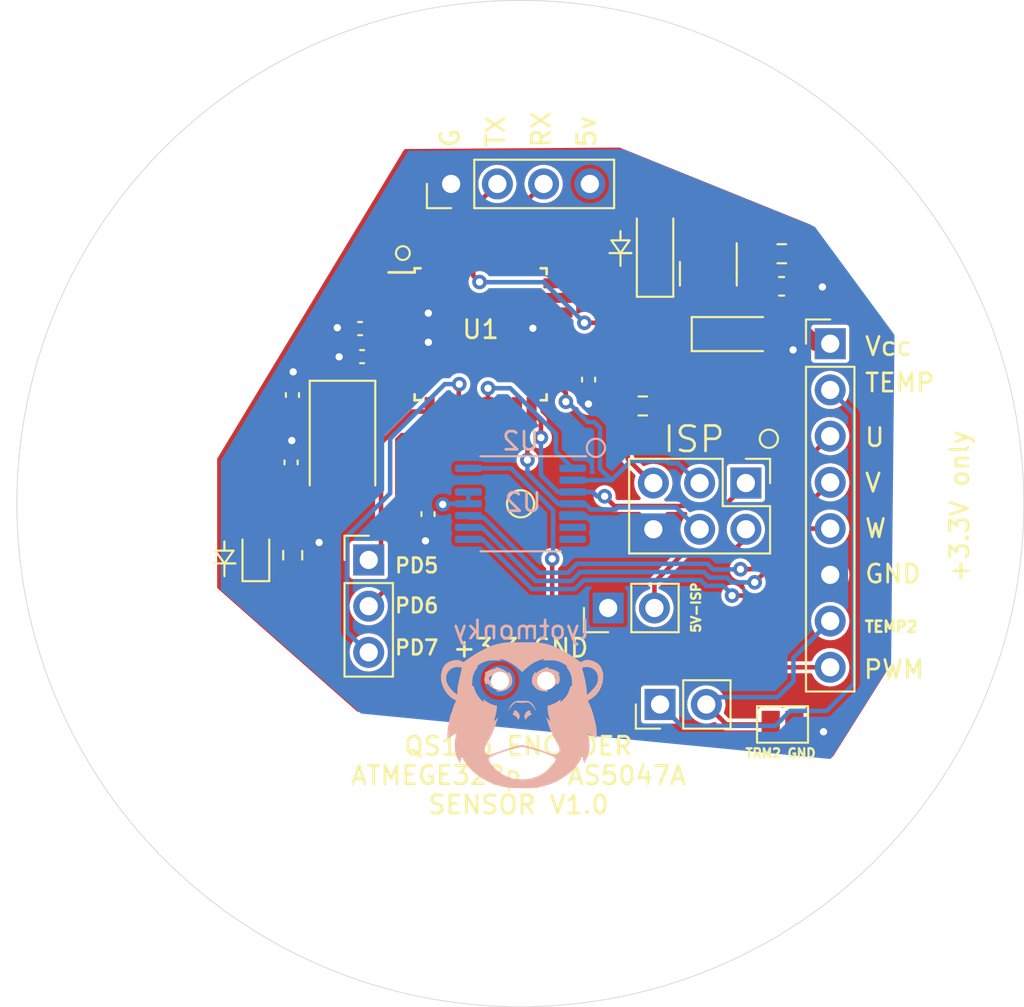
<source format=kicad_pcb>
(kicad_pcb (version 20211014) (generator pcbnew)
  (layers (0 "F.Cu" signal) (31 "B.Cu" signal) (34 "B.Paste" user) (35 "F.Paste" user) (36 "B.SilkS" user "B.Silkscreen") (37 "F.SilkS" user "F.Silkscreen") (38 "B.Mask" user) (39 "F.Mask" user) (44 "Edge.Cuts" user))
  (net 0 "")
  (net 1 "Vcc")
  (net 2 "GND")
  (net 3 "XTAL1")
  (net 4 "XTAL2")
  (net 5 "+3V3")
  (net 6 "Net-(D1-Pad2)")
  (net 7 "Net-(D2-Pad1)")
  (net 8 "MISO")
  (net 9 "SCK")
  (net 10 "MOSI")
  (net 11 "RESET")
  (net 12 "TX")
  (net 13 "RX")
  (net 14 "TRM1")
  (net 15 "TRM2")
  (net 16 "PD5")
  (net 17 "PD6")
  (net 18 "PD7")
  (net 19 "U")
  (net 20 "V")
  (net 21 "W")
  (net 25 "SND")
  (net 29 "PWM")
  (net 34 "CS")
  (net 40 "ISP_3V")
  (footprint "Capacitor_SMD:C_0402_1005Metric" (layer "F.Cu") (at 139.78 105.14 -90)
    (fp_text reference "C8" hide)
    (fp_text value "100n")
  )
  (footprint "Jumper:SolderJumper-2_P1.3mm_Open_Pad1.0x1.5mm" (layer "F.Cu") (at 159.25 116.7 180)
    (fp_text reference "JP1" hide)
    (fp_text value "SolderJumper_2_Open")
  )
  (footprint "Connector_PinHeader_2.54mm:PinHeader_1x04_P2.54mm_Vertical" (layer "F.Cu") (at 141.05 87 90)
    (fp_text reference "J1" hide)
    (fp_text value "Conn_01x04")
  )
  (footprint "Connector_PinHeader_2.54mm:PinHeader_1x08_P2.54mm_Vertical" (layer "F.Cu") (at 161.86786 95.77857)
    (fp_text reference "J5" hide)
    (fp_text value "Conn_01x08")
  )
  (footprint "LED_SMD:LED_0603_1608Metric" (layer "F.Cu") (at 130.3268 107.3402 90)
    (fp_text reference "D2" hide)
    (fp_text value "RED_LED")
  )
  (footprint "Capacitor_SMD:C_0402_1005Metric" (layer "F.Cu") (at 136.16 96.49 180)
    (fp_text reference "C4" hide)
    (fp_text value "100n")
  )
  (footprint "Resistor_SMD:R_0603_1608Metric" (layer "F.Cu") (at 159.2098 90.8344)
    (fp_text reference "R1" hide)
    (fp_text value "100k")
  )
  (footprint "Connector_PinHeader_2.54mm:myPinHeader_1x02_P2.54mm_Vertical" (layer "F.Cu") (at 143.73 114.3 90)
    (fp_text reference "J2" hide)
    (fp_text value "Conn_01x02")
  )
  (footprint "Package_QFP:TQFP-32_7x7mm_P0.8mm" (layer "F.Cu") (at 142.67 95.26)
    (fp_text reference "U1" hide)
    (fp_text value "ATmega328P-AU")
  )
  (footprint "MountingHole:MountingHole_4.3mm_M4" (layer "F.Cu") (at 156.84 125.275)
    (fp_text reference "REF**" hide)
    (fp_text value "MountingHole_4.3mm_M4")
  )
  (footprint "MountingHole:MountingHole_4.3mm_M4" (layer "F.Cu") (at 156.85 83.75)
    (fp_text reference "REF**" hide)
    (fp_text value "MountingHole_4.3mm_M4")
  )
  (footprint "Capacitor_SMD:C_0402_1005Metric" (layer "F.Cu") (at 148.6 97.75 -90)
    (fp_text reference "C5" hide)
    (fp_text value "100n")
  )
  (footprint "MountingHole:MountingHole_4.3mm_M4" (layer "F.Cu") (at 120.85 104.56)
    (fp_text reference "REF**" hide)
    (fp_text value "MountingHole_4.3mm_M4")
  )
  (footprint "Capacitor_SMD:C_0402_1005Metric" (layer "F.Cu") (at 136.05 94.95 180)
    (fp_text reference "C3" hide)
    (fp_text value "100n")
  )
  (footprint "Capacitor_SMD:C_0603_1608Metric" (layer "F.Cu") (at 159.1998 92.6244)
    (fp_text reference "C1" hide)
    (fp_text value "100n")
  )
  (footprint "Connector_PinSocket_2.54mm:isp_6pin" (layer "F.Cu") (at 157.2358 106.034 -90)
    (fp_text reference "ISP1" hide)
    (fp_text value "Conn_02x03_Top_Bottom")
  )
  (footprint "Capacitor_SMD:C_0402_1005Metric" (layer "F.Cu") (at 132.3348 98.5994 90)
    (fp_text reference "C6" hide)
    (fp_text value "20p")
  )
  (footprint "Capacitor_Tantalum_SMD:CP_EIA-3216-18_Kemet-A" (layer "F.Cu") (at 156.5748 95.2494)
    (fp_text reference "C2" hide)
    (fp_text value "4.7")
  )
  (footprint "Resistor_SMD:R_0603_1608Metric" (layer "F.Cu") (at 151.575 99.2)
    (fp_text reference "R2" hide)
    (fp_text value "10k")
  )
  (footprint "Capacitor_SMD:C_0402_1005Metric" (layer "F.Cu") (at 132.26 102.3 90)
    (fp_text reference "C7" hide)
    (fp_text value "20p")
  )
  (footprint "Resistor_SMD:R_0603_1608Metric" (layer "F.Cu") (at 132.3498 107.3994 -90)
    (fp_text reference "R3" hide)
    (fp_text value "20k")
  )
  (footprint "Connector_PinHeader_2.54mm:PinHeader_1x02_P2.54mm_Vertical" (layer "F.Cu") (at 149.675 110.3 90)
    (fp_text reference "J6" hide)
    (fp_text value "Conn_01x02")
  )
  (footprint "Crystal:Crystal_SMD_5032-2Pin_5.0x3.2mm" (layer "F.Cu") (at 135.0848 100.8644 -90)
    (fp_text reference "Y1" hide)
    (fp_text value "Crystal")
  )
  (footprint "Package_TO_SOT_SMD:SOT-23" (layer "F.Cu") (at 155.1748 91.9344 -90)
    (fp_text reference "Q1" hide)
    (fp_text value "Si2319CDS")
  )
  (footprint "Diode_SMD:D_MiniMELF" (layer "F.Cu") (at 152.25 90.65 90)
    (fp_text reference "D1" hide)
    (fp_text value "BZV55C6V2")
  )
  (footprint "Connector_PinHeader_2.54mm:PinHeader_1x03_P2.54mm_Vertical" (layer "F.Cu") (at 136.5244 107.66)
    (fp_text reference "J4" hide)
    (fp_text value "Conn_01x03")
  )
  (footprint "Connector_PinHeader_2.54mm:PinHeader_1x02_P2.54mm_Vertical" (layer "F.Cu") (at 152.525 115.6 90)
    (fp_text reference "J3" hide)
    (fp_text value "Conn_01x02_Male")
  )
  (footprint "Package_SO:TSSOP-14_4.4x5mm_P0.65mm" (layer "B.Cu") (at 144.8625 104.575 180)
    (fp_text reference "U2")
    (fp_text value "AS5047D")
  )
  (footprint "431181015816:monkey" (layer "B.Cu") (at 145.03 116.25 180)
    (fp_text reference "G***")
    (fp_text value "LOGO" hide)
  )
  (gr_line (start 145.7619 103.95238) (end 145.7619 104.7619) (layer "B.SilkS") (width 0.15))
  (gr_line (start 144.19048 104.14286) (end 144.19048 104.2381) (layer "B.SilkS") (width 0.15))
  (gr_line (start 144.71429 104) (end 144.61905 103.95238) (layer "B.SilkS") (width 0.15))
  (gr_line (start 145.2381 104.85714) (end 145.19048 104.7619) (layer "B.SilkS") (width 0.15))
  (gr_line (start 145.71429 104.85714) (end 145.66667 104.90476) (layer "B.SilkS") (width 0.15))
  (gr_line (start 145.38095 104.95238) (end 145.28571 104.90476) (layer "B.SilkS") (width 0.15))
  (gr_line (start 144.7619 104.04762) (end 144.71429 104) (layer "B.SilkS") (width 0.15))
  (gr_line (start 145.57143 104.95238) (end 145.38095 104.95238) (layer "B.SilkS") (width 0.15))
  (gr_line (start 144.2381 104.04762) (end 144.19048 104.14286) (layer "B.SilkS") (width 0.15))
  (gr_line (start 144.2381 104.38095) (end 144.80952 104.95238) (layer "B.SilkS") (width 0.15))
  (gr_line (start 145.7619 104.7619) (end 145.71429 104.85714) (layer "B.SilkS") (width 0.15))
  (gr_line (start 145.28571 104.90476) (end 145.2381 104.85714) (layer "B.SilkS") (width 0.15))
  (gr_line (start 145.66667 104.90476) (end 145.57143 104.95238) (layer "B.SilkS") (width 0.15))
  (gr_line (start 144.80952 104.95238) (end 144.19048 104.95238) (layer "B.SilkS") (width 0.15))
  (gr_line (start 145.19048 104.7619) (end 145.19048 103.95238) (layer "B.SilkS") (width 0.15))
  (gr_circle (center 149 101.5) (end 149.5 101.5) (layer "B.SilkS") (width 0.12) (fill none))
  (gr_line (start 144.61905 103.95238) (end 144.38095 103.95238) (layer "B.SilkS") (width 0.15))
  (gr_line (start 144.19048 104.2381) (end 144.2381 104.38095) (layer "B.SilkS") (width 0.15))
  (gr_line (start 144.28571 104) (end 144.2381 104.04762) (layer "B.SilkS") (width 0.15))
  (gr_line (start 144.38095 103.95238) (end 144.28571 104) (layer "B.SilkS") (width 0.15))
  (gr_line (start 164.21786 96.38095) (end 164.55119 95.38095) (layer "F.SilkS") (width 0.15))
  (gr_line (start 165.88453 95.71428) (end 166.075 95.71428) (layer "F.SilkS") (width 0.15))
  (gr_line (start 142.38429 95.40476) (end 142.4319 95.35714) (layer "F.SilkS") (width 0.15))
  (gr_line (start 145.92857 84.2619) (end 145.97619 84.35714) (layer "F.SilkS") (width 0.15))
  (gr_line (start 165.69405 95.90476) (end 165.74167 95.80952) (layer "F.SilkS") (width 0.15))
  (gr_line (start 149.85 90.1) (end 150.85 90.1) (layer "F.SilkS") (width 0.12))
  (gr_line (start 148.38095 84.73809) (end 148.33333 84.64286) (layer "F.SilkS") (width 0.15))
  (gr_line (start 165.33215 111) (end 165.33215 111.6) (layer "F.SilkS") (width 0.15))
  (gr_line (start 164.93215 111) (end 165.13215 111.42857) (layer "F.SilkS") (width 0.15))
  (gr_line (start 165.21786 96.38095) (end 165.02738 96.38095) (layer "F.SilkS") (width 0.15))
  (gr_line (start 166.18929 111.05714) (end 166.21786 111.02857) (layer "F.SilkS") (width 0.15))
  (gr_line (start 148.33333 84.40476) (end 148.38095 84.30952) (layer "F.SilkS") (width 0.15))
  (gr_line (start 164.55119 108.83333) (end 164.59881 108.78571) (layer "F.SilkS") (width 0.15))
  (gr_line (start 164.17024 107.92857) (end 164.075 108.02381) (layer "F.SilkS") (width 0.15))
  (gr_line (start 128.6 108.55) (end 128.6 107.85) (layer "F.SilkS") (width 0.12))
  (gr_line (start 165.26548 98.38095) (end 164.78929 98.38095) (layer "F.SilkS") (width 0.15))
  (gr_line (start 166.075 108.88095) (end 166.075 107.88095) (layer "F.SilkS") (width 0.15))
  (gr_line (start 166.55119 108.73809) (end 166.45596 108.83333) (layer "F.SilkS") (width 0.15))
  (gr_line (start 167.21786 97.90476) (end 166.83691 97.90476) (layer "F.SilkS") (width 0.15))
  (gr_line (start 166.075 95.71428) (end 166.17024 95.7619) (layer "F.SilkS") (width 0.15))
  (gr_line (start 140.45238 84.30952) (end 140.45238 84.45238) (layer "F.SilkS") (width 0.15))
  (gr_line (start 148.95238 83.64286) (end 148.28571 83.40476) (layer "F.SilkS") (width 0.15))
  (gr_line (start 164.45596 107.88095) (end 164.3131 107.88095) (layer "F.SilkS") (width 0.15))
  (gr_line (start 143.00333 94.69048) (end 142.9081 94.7381) (layer "F.SilkS") (width 0.15))
  (gr_line (start 142.28905 95.45238) (end 142.38429 95.40476) (layer "F.SilkS") (width 0.15))
  (gr_line (start 164.93215 95.7619) (end 165.02738 95.71428) (layer "F.SilkS") (width 0.15))
  (gr_line (start 165.78929 95.7619) (end 165.88453 95.71428) (layer "F.SilkS") (width 0.15))
  (gr_line (start 164.38929 111.6) (end 164.38929 111) (layer "F.SilkS") (width 0.15))
  (gr_line (start 164.075 108.02381) (end 164.02738 108.11905) (layer "F.SilkS") (width 0.15))
  (gr_line (start 165.59881 108.88095) (end 165.59881 107.88095) (layer "F.SilkS") (width 0.15))
  (gr_line (start 148.90476 84.73809) (end 148.85714 84.78571) (layer "F.SilkS") (width 0.15))
  (gr_line (start 148.42857 84.2619) (end 148.52381 84.21429) (layer "F.SilkS") (width 0.15))
  (gr_line (start 166.83691 98.38095) (end 166.83691 97.38095) (layer "F.SilkS") (width 0.15))
  (gr_circle (center 138.4 90.8) (end 138.78 90.8) (layer "F.SilkS") (width 0.12) (fill none))
  (gr_line (start 150.35 89.6) (end 150.35 90.1) (layer "F.SilkS") (width 0.12))
  (gr_line (start 165.93215 111.25714) (end 165.90357 111.28571) (layer "F.SilkS") (width 0.15))
  (gr_line (start 164.59881 101.19047) (end 164.59881 100.38095) (layer "F.SilkS") (width 0.15))
  (gr_line (start 145.78571 84.16667) (end 145.88095 84.21429) (layer "F.SilkS") (width 0.15))
  (gr_line (start 165.74167 95.80952) (end 165.78929 95.7619) (layer "F.SilkS") (width 0.15))
  (gr_line (start 142.4319 95.35714) (end 142.47952 95.2619) (layer "F.SilkS") (width 0.15))
  (gr_line (start 145.5 84.2619) (end 145.54762 84.21429) (layer "F.SilkS") (width 0.15))
  (gr_line (start 128.6 106.65) (end 128.6 107.15) (layer "F.SilkS") (width 0.12))
  (gr_circle (center 144.8625 104.575) (end 145.607685 104.575) (layer "F.SilkS") (width 0.12) (fill none))
  (gr_line (start 165.96072 111.11428) (end 165.96072 111.2) (layer "F.SilkS") (width 0.15))
  (gr_line (start 164.83691 95.90476) (end 164.88453 95.80952) (layer "F.SilkS") (width 0.15))
  (gr_line (start 148.38095 84.30952) (end 148.42857 84.2619) (layer "F.SilkS") (width 0.15))
  (gr_line (start 164.83691 96.19047) (end 164.83691 95.90476) (layer "F.SilkS") (width 0.15))
  (gr_line (start 164.88453 96.28571) (end 164.83691 96.19047) (layer "F.SilkS") (width 0.15))
  (gr_line (start 166.45596 108.83333) (end 166.3131 108.88095) (layer "F.SilkS") (width 0.15))
  (gr_line (start 128.6 107.15) (end 128.6 106.65) (layer "F.SilkS") (width 0.12))
  (gr_line (start 140.5 84.21429) (end 140.45238 84.30952) (layer "F.SilkS") (width 0.15))
  (gr_line (start 165.69405 97.38095) (end 166.02738 98.09524) (layer "F.SilkS") (width 0.15))
  (gr_line (start 146.45238 84.16667) (end 145.97619 84.5) (layer "F.SilkS") (width 0.15))
  (gr_line (start 148.90476 84.30952) (end 148.95238 84.40476) (layer "F.SilkS") (width 0.15))
  (gr_line (start 165.69405 96.19047) (end 165.69405 95.90476) (layer "F.SilkS") (width 0.15))
  (gr_line (start 165.02738 96.38095) (end 164.93215 96.33333) (layer "F.SilkS") (width 0.15))
  (gr_line (start 164.02738 108.64286) (end 164.075 108.73809) (layer "F.SilkS") (width 0.15))
  (gr_line (start 141.45238 84.35714) (end 141.40476 84.21429) (layer "F.SilkS") (width 0.15))
  (gr_line (start 143.47952 95.45238) (end 142.9081 95.45238) (layer "F.SilkS") (width 0.15))
  (gr_line (start 165.88453 96.38095) (end 165.78929 96.33333) (layer "F.SilkS") (width 0.15))
  (gr_line (start 165.61786 111.6) (end 165.61786 111) (layer "F.SilkS") (width 0.15))
  (gr_line (start 164.78929 97.85714) (end 165.12262 97.85714) (layer "F.SilkS") (width 0.15))
  (gr_line (start 163.84643 111) (end 164.18929 111) (layer "F.SilkS") (width 0.15))
  (gr_line (start 166.64643 108.30952) (end 166.64643 108.45238) (layer "F.SilkS") (width 0.15))
  (gr_line (start 164.675 111.6) (end 164.38929 111.6) (layer "F.SilkS") (width 0.15))
  (gr_line (start 166.83691 97.38095) (end 167.21786 97.38095) (layer "F.SilkS") (width 0.15))
  (gr_line (start 164.55119 106.38095) (end 164.78929 105.38095) (layer "F.SilkS") (width 0.15))
  (gr_line (start 166.075 107.88095) (end 166.3131 107.88095) (layer "F.SilkS") (width 0.15))
  (gr_line (start 167.3131 97.42857) (end 167.36072 97.47619) (layer "F.SilkS") (width 0.15))
  (gr_line (start 166.075 96.38095) (end 165.88453 96.38095) (layer "F.SilkS") (width 0.15))
  (gr_line (start 148.52381 84.21429) (end 148.7619 84.21429) (layer "F.SilkS") (width 0.15))
  (gr_line (start 142.95238 84.88095) (end 142.95238 84.30952) (layer "F.SilkS") (width 0.15))
  (gr_line (start 164.38929 111.28571) (end 164.58929 111.28571) (layer "F.SilkS") (width 0.15))
  (gr_line (start 143.95238 84.59524) (end 142.95238 84.59524) (layer "F.SilkS") (width 0.15))
  (gr_line (start 165.02738 95.71428) (end 165.21786 95.71428) (layer "F.SilkS") (width 0.15))
  (gr_line (start 166.50357 111.25714) (end 166.16072 111.6) (layer "F.SilkS") (width 0.15))
  (gr_line (start 145.45238 84.7381) (end 145.45238 84.35714) (layer "F.SilkS") (width 0.15))
  (gr_line (start 167.40834 97.71428) (end 167.36072 97.80952) (layer "F.SilkS") (width 0.15))
  (gr_line (start 166.3131 108.88095) (end 166.075 108.88095) (layer "F.SilkS") (width 0.15))
  (gr_line (start 164.55119 107.92857) (end 164.45596 107.88095) (layer "F.SilkS") (width 0.15))
  (gr_line (start 145.64286 84.16667) (end 145.78571 84.16667) (layer "F.SilkS") (width 0.15))
  (gr_line (start 166.41786 111) (end 166.475 111.02857) (layer "F.SilkS") (width 0.15))
  (gr_line (start 167.36072 97.80952) (end 167.3131 97.85714) (layer "F.SilkS") (width 0.15))
  (gr_line (start 166.45596 107.92857) (end 166.55119 108.02381) (layer "F.SilkS") (width 0.15))
  (gr_line (start 166.50357 111.05714) (end 166.53215 111.11428) (layer "F.SilkS") (width 0.15))
  (gr_line (start 142.95238 84.07143) (end 143.95238 83.40476) (layer "F.SilkS") (width 0.15))
  (gr_line (start 165.93215 111.05714) (end 165.96072 111.11428) (layer "F.SilkS") (width 0.15))
  (gr_line (start 165.90357 111.28571) (end 165.84643 111.31428) (layer "F.SilkS") (width 0.15))
  (gr_line (start 140.59524 84.69048) (end 140.69048 84.73809) (layer "F.SilkS") (width 0.15))
  (gr_line (start 166.64643 108.45238) (end 166.59881 108.64286) (layer "F.SilkS") (width 0.15))
  (gr_line (start 164.93215 111.6) (end 164.93215 111) (layer "F.SilkS") (width 0.15))
  (gr_line (start 164.01786 111.6) (end 164.01786 111) (layer "F.SilkS") (width 0.15))
  (gr_line (start 146.45238 84.7381) (end 145.45238 84.7381) (layer "F.SilkS") (width 0.15))
  (gr_line (start 164.3131 108.88095) (end 164.40834 108.88095) (layer "F.SilkS") (width 0.15))
  (gr_line (start 145.45238 83.83333) (end 146.45238 83.16667) (layer "F.SilkS") (width 0.15))
  (gr_line (start 141.35714 84.16667) (end 141.02381 84.16667) (layer "F.SilkS") (width 0.15))
  (gr_line (start 164.50357 101.33333) (end 164.55119 101.28571) (layer "F.SilkS") (width 0.15))
  (gr_line (start 165.21786 95.71428) (end 165.3131 95.7619) (layer "F.SilkS") (width 0.15))
  (gr_line (start 141.40476 84.59524) (end 141.45238 84.45238) (layer "F.SilkS") (width 0.15))
  (gr_line (start 141.30952 84.69048) (end 141.40476 84.59524) (layer "F.SilkS") (width 0.15))
  (gr_line (start 163.88453 95.38095) (end 164.21786 96.38095) (layer "F.SilkS") (width 0.15))
  (gr_line (start 148.7619 84.21429) (end 148.85714 84.2619) (layer "F.SilkS") (width 0.15))
  (gr_line (start 164.17024 108.83333) (end 164.3131 108.88095) (layer "F.SilkS") (width 0.15))
  (gr_line (start 165.78929 96.33333) (end 165.74167 96.28571) (layer "F.SilkS") (width 0.15))
  (gr_line (start 141.9081 95.2619) (end 141.95571 95.35714) (layer "F.SilkS") (width 0.15))
  (gr_line (start 164.59881 108.45238) (end 164.40834 108.45238) (layer "F.SilkS") (width 0.15))
  (gr_line (start 140.88095 84.78571) (end 141.02381 84.78571) (layer "F.SilkS") (width 0.15))
  (gr_line (start 166.59881 108.64286) (end 166.55119 108.73809) (layer "F.SilkS") (width 0.15))
  (gr_line (start 164.075 101.28571) (end 164.12262 101.33333) (layer "F.SilkS") (width 0.15))
  (gr_line (start 165.84643 111.31428) (end 165.61786 111.31428) (layer "F.SilkS") (width 0.15))
  (gr_line (start 143.19381 94.45238) (end 143.09857 94.59524) (layer "F.SilkS") (width 0.15))
  (gr_line (start 141.95571 95.35714) (end 142.00333 95.40476) (layer "F.SilkS") (width 0.15))
  (gr_line (start 164.78929 98.38095) (end 164.78929 97.38095) (layer "F.SilkS") (width 0.15))
  (gr_line (start 141.02381 84.78571) (end 141.21429 84.73809) (layer "F.SilkS") (width 0.15))
  (gr_line (start 148.42857 84.78571) (end 148.38095 84.73809) (layer "F.SilkS") (width 0.15))
  (gr_line (start 150.35 90.8) (end 150.85 90.1) (layer "F.SilkS") (width 0.12))
  (gr_line (start 166.36072 97.38095) (end 166.36072 98.38095) (layer "F.SilkS") (width 0.15))
  (gr_line (start 145.54762 84.21429) (end 145.64286 84.16667) (layer "F.SilkS") (width 0.15))
  (gr_line (start 165.02738 108.88095) (end 165.02738 107.88095) (layer "F.SilkS") (width 0.15))
  (gr_line (start 166.3131 107.88095) (end 166.45596 107.92857) (layer "F.SilkS") (width 0.15))
  (gr_line (start 148.85714 84.2619) (end 148.90476 84.30952) (layer "F.SilkS") (width 0.15))
  (gr_line (start 148.95238 84.40476) (end 148.95238 84.64286) (layer "F.SilkS") (width 0.15))
  (gr_line (start 165.02738 107.88095) (end 165.59881 108.88095) (layer "F.SilkS") (width 0.15))
  (gr_line (start 141.40476 84.21429) (end 141.35714 84.16667) (layer "F.SilkS") (width 0.15))
  (gr_line (start 140.5 84.59524) (end 140.59524 84.69048) (layer "F.SilkS") (width 0.15))
  (gr_line (start 166.275 111) (end 166.41786 111) (layer "F.SilkS") (width 0.15))
  (gr_line (start 164.3131 107.88095) (end 164.17024 107.92857) (layer "F.SilkS") (width 0.15))
  (gr_line (start 150.35 90.1) (end 150.35 89.6) (layer "F.SilkS") (width 0.12))
  (gr_line (start 128.1 107.15) (end 128.6 107.85) (layer "F.SilkS") (width 0.12))
  (gr_line (start 128.1 107.15) (end 129.1 107.15) (layer "F.SilkS") (width 0.12))
  (gr_line (start 150.35 91.5) (end 150.35 90.8) (layer "F.SilkS") (width 0.12))
  (gr_line (start 147.95238 84.73809) (end 148.42857 84.78571) (layer "F.SilkS") (width 0.15))
  (gr_line (start 148.28571 83.88095) (end 148.95238 83.64286) (layer "F.SilkS") (width 0.15))
  (gr_line (start 142.09857 95.45238) (end 142.28905 95.45238) (layer "F.SilkS") (width 0.15))
  (gr_line (start 165.96072 111.2) (end 165.93215 111.25714) (layer "F.SilkS") (width 0.15))
  (gr_line (start 141.45238 84.45238) (end 141.45238 84.35714) (layer "F.SilkS") (width 0.15))
  (gr_line (start 166.17024 96.33333) (end 166.075 96.38095) (layer "F.SilkS") (width 0.15))
  (gr_line (start 143.09857 94.59524) (end 143.00333 94.69048) (layer "F.SilkS") (width 0.15))
  (gr_line (start 164.78929 97.38095) (end 165.26548 97.38095) (layer "F.SilkS") (width 0.15))
  (gr_line (start 128 107.85) (end 129.2 107.85) (layer "F.SilkS") (width 0.12))
  (gr_line (start 145.45238 83.16667) (end 146.45238 83.83333) (layer "F.SilkS") (width 0.15))
  (gr_line (start 164.02738 101.19047) (end 164.075 101.28571) (layer "F.SilkS") (width 0.15))
  (gr_line (start 142.95238 83.40476) (end 143.95238 84.07143) (layer "F.SilkS") (width 0.15))
  (gr_line (start 149.85 90.1) (end 150.35 90.8) (layer "F.SilkS") (width 0.12))
  (gr_line (start 166.475 111.02857) (end 166.50357 111.05714) (layer "F.SilkS") (width 0.15))
  (gr_line (start 165.61786 111) (end 165.84643 111) (layer "F.SilkS") (width 0.15))
  (gr_line (start 148.95238 84.64286) (end 148.90476 84.73809) (layer "F.SilkS") (width 0.15))
  (gr_line (start 167.36072 97.47619) (end 167.40834 97.57143) (layer "F.SilkS") (width 0.15))
  (gr_line (start 163.97976 108.45238) (end 164.02738 108.64286) (layer "F.SilkS") (width 0.15))
  (gr_line (start 141.9081 94.45238) (end 141.9081 95.2619) (layer "F.SilkS") (width 0.15))
  (gr_line (start 147.95238 84.2619) (end 147.95238 84.73809) (layer "F.SilkS") (width 0.15))
  (gr_line (start 142.47952 95.2619) (end 142.47952 94.45238) (layer "F.SilkS") (width 0.15))
  (gr_line (start 164.02738 108.11905) (end 163.97976 108.30952) (layer "F.SilkS") (width 0.15))
  (gr_line (start 145.45238 84.35714) (end 145.5 84.2619) (layer "F.SilkS") (width 0.15))
  (gr_line (start 143.19381 95.45238) (end 143.19381 94.45238) (layer "F.SilkS") (width 0.15))
  (gr_line (start 164.38929 111) (end 164.675 111) (layer "F.SilkS") (width 0.15))
  (gr_line (start 165.84643 111) (end 165.90357 111.02857) (layer "F.SilkS") (width 0.15))
  (gr_line (start 141.21429 84.73809) (end 141.30952 84.69048) (layer "F.SilkS") (width 0.15))
  (gr_line (start 166.21786 111.02857) (end 166.275 111) (layer "F.SilkS") (width 0.15))
  (gr_line (start 163.88453 102.88095) (end 164.21786 103.88095) (layer "F.SilkS") (width 0.15))
  (gr_line (start 164.40834 108.88095) (end 164.55119 108.83333) (layer "F.SilkS") (width 0.15))
  (gr_line (start 149.75 90.8) (end 150.95 90.8) (layer "F.SilkS") (width 0.12))
  (gr_line (start 166.55119 108.02381) (end 166.59881 108.11905) (layer "F.SilkS") (width 0.15))
  (gr_line (start 167.3131 97.85714) (end 167.21786 97.90476) (layer "F.SilkS") (width 0.15))
  (gr_line (start 164.40834 101.38095) (end 164.50357 101.33333) (layer "F.SilkS") (width 0.15))
  (gr_line (start 165.69405 98.38095) (end 165.69405 97.38095) (layer "F.SilkS") (width 0.15))
  (gr_line (start 148.33333 84.64286) (end 148.33333 84.40476) (layer "F.SilkS") (width 0.15))
  (gr_line (start 163.93215 105.38095) (end 164.17024 106.38095) (layer "F.SilkS") (width 0.15))
  (gr_line (start 166.53215 111.17143) (end 166.50357 111.25714) (layer "F.SilkS") (width 0.15))
  (gr_line (start 164.55119 101.28571) (end 164.59881 101.19047) (layer "F.SilkS") (width 0.15))
  (gr_line (start 164.36072 105.66667) (end 164.55119 106.38095) (layer "F.SilkS") (width 0.15))
  (gr_line (start 167.21786 97.38095) (end 167.3131 97.42857) (layer "F.SilkS") (width 0.15))
  (gr_line (start 165.13215 111.42857) (end 165.33215 111) (layer "F.SilkS") (width 0.15))
  (gr_line (start 145.88095 84.21429) (end 145.92857 84.2619) (layer "F.SilkS") (width 0.15))
  (gr_line (start 140.69048 84.73809) (end 140.88095 84.78571) (layer "F.SilkS") (width 0.15))
  (gr_line (start 166.02738 98.09524) (end 166.36072 97.38095) (layer "F.SilkS") (width 0.15))
  (gr_line (start 166.59881 108.11905) (end 166.64643 108.30952) (layer "F.SilkS") (width 0.15))
  (gr_line (start 164.88453 95.80952) (end 164.93215 95.7619) (layer "F.SilkS") (width 0.15))
  (gr_line (start 166.16072 111.6) (end 166.53215 111.6) (layer "F.SilkS") (width 0.15))
  (gr_line (start 164.075 108.73809) (end 164.17024 108.83333) (layer "F.SilkS") (width 0.15))
  (gr_line (start 164.12262 101.33333) (end 164.21786 101.38095) (layer "F.SilkS") (width 0.15))
  (gr_line (start 163.97976 108.30952) (end 163.97976 108.45238) (layer "F.SilkS") (width 0.15))
  (gr_line (start 163.88453 97.38095) (end 164.45596 97.38095) (layer "F.SilkS") (width 0.15))
  (gr_line (start 165.90357 111.02857) (end 165.93215 111.05714) (layer "F.SilkS") (width 0.15))
  (gr_line (start 165.3131 96.33333) (end 165.21786 96.38095) (layer "F.SilkS") (width 0.15))
  (gr_line (start 164.02738 100.38095) (end 164.02738 101.19047) (layer "F.SilkS") (width 0.15))
  (gr_line (start 129.2 107.85) (end 128.6 107.85) (layer "F.SilkS") (width 0.12))
  (gr_line (start 167.40834 97.57143) (end 167.40834 97.71428) (layer "F.SilkS") (width 0.15))
  (gr_line (start 164.21786 101.38095) (end 164.40834 101.38095) (layer "F.SilkS") (width 0.15))
  (gr_line (start 165.74167 96.28571) (end 165.69405 96.19047) (layer "F.SilkS") (width 0.15))
  (gr_line (start 128.6 107.85) (end 129.1 107.15) (layer "F.SilkS") (width 0.12))
  (gr_line (start 142.00333 95.40476) (end 142.09857 95.45238) (layer "F.SilkS") (width 0.15))
  (gr_line (start 141.02381 84.16667) (end 141.02381 84.35714) (layer "F.SilkS") (width 0.15))
  (gr_line (start 164.93215 96.33333) (end 164.88453 96.28571) (layer "F.SilkS") (width 0.15))
  (gr_line (start 140.45238 84.45238) (end 140.5 84.59524) (layer "F.SilkS") (width 0.15))
  (gr_line (start 145.97619 84.35714) (end 145.97619 84.7381) (layer "F.SilkS") (width 0.15))
  (gr_line (start 166.53215 111.11428) (end 166.53215 111.17143) (layer "F.SilkS") (width 0.15))
  (gr_line (start 164.59881 108.78571) (end 164.59881 108.45238) (layer "F.SilkS") (width 0.15))
  (gr_line (start 164.21786 103.88095) (end 164.55119 102.88095) (layer "F.SilkS") (width 0.15))
  (gr_circle (center 158.5 101) (end 159 101) (layer "F.SilkS") (width 0.12) (fill none))
  (gr_line (start 150.95 90.8) (end 150.35 90.8) (layer "F.SilkS") (width 0.12))
  (gr_line (start 164.17024 98.38095) (end 164.17024 97.38095) (layer "F.SilkS") (width 0.15))
  (gr_line (start 164.17024 106.38095) (end 164.36072 105.66667) (layer "F.SilkS") (width 0.15))
  (gr_circle (center 144.85 104.56172) (end 172.49792 104.56172) (layer "Edge.Cuts") (width 0.04) (fill none))
  (gr_text "lyotmonky" (at 144.9 111.5) (layer "B.SilkS") (effects (font (size 1 1)) (justify mirror)))
  (gr_text "+3.3V only" (at 168.97 104.71 90) (layer "F.SilkS") (effects (font (size 1 1))))
  (gr_text "PD6" (at 139.16 110.17) (layer "F.SilkS") (effects (font (size 0.8 0.8))))
  (gr_text "TRM2 GND" (at 159.1418 118.2836) (layer "F.SilkS") (effects (font (size 0.5 0.5) (thickness 0.125))))
  (gr_text "5V-ISP\n" (at 154.5 110.275 90) (layer "F.SilkS") (effects (font (size 0.5 0.5) (thickness 0.125))))
  (gr_text "PD7" (at 139.16 112.48) (layer "F.SilkS") (effects (font (size 0.8 0.8))))
  (gr_text "PWM" (at 165.36786 113.67857) (layer "F.SilkS") (effects (font (size 1 1))))
  (gr_text "ISP\n" (at 154.39 101.03) (layer "F.SilkS") (effects (font (size 1.4 1.4))))
  (gr_text "+3.3 GND\n" (at 144.87 112.5) (layer "F.SilkS") (effects (font (size 1 1))))
  (gr_text "PD5" (at 139.16 107.97) (layer "F.SilkS") (effects (font (size 0.8 0.8))))
  (gr_text "QS165 ENCODER\nATMEGE328p / AS5047A\nSENSOR V1.0" (at 144.75 119.5) (layer "F.SilkS") (effects (font (size 1 1))))
  (segment (start 155.39 92.66) (end 155.1525 92.8975) (width 0.8) (layer "F.Cu") (net 1))
  (segment (start 158.395 92.66) (end 155.39 92.66) (width 0.8) (layer "F.Cu") (net 1))
  (segment (start 155.1525 92.8975) (end 155.1525 95.2125) (width 0.8) (layer "F.Cu") (net 1))
  (segment (start 161.86786 95.77857) (end 161.07857 95.77857) (width 0.8) (layer "F.Cu") (net 1))
  (segment (start 158.4248 93.1248) (end 158.4248 92.6244) (width 0.8) (layer "F.Cu") (net 1))
  (segment (start 161.07857 95.77857) (end 158.4248 93.1248) (width 0.8) (layer "F.Cu") (net 1))
  (segment (start 155.1525 95.2125) (end 155.21 95.27) (width 0.8) (layer "F.Cu") (net 1))
  (segment (start 139.78 105.58) (end 139.78 106.47) (width 0.25) (layer "F.Cu") (net 2))
  (segment (start 146.92 94.86) (end 145.61 94.86) (width 0.25) (layer "F.Cu") (net 2))
  (segment (start 160.01 90.86) (end 160.01 92.595) (width 0.8) (layer "F.Cu") (net 2))
  (segment (start 161.1 116.7) (end 161.5 117.1) (width 0.25) (layer "F.Cu") (net 2))
  (segment (start 159.9 116.7) (end 161.1 116.7) (width 0.25) (layer "F.Cu") (net 2))
  (segment (start 145.61 94.86) (end 145.54 94.93) (width 0.25) (layer "F.Cu") (net 2))
  (segment (start 132.26 101.14) (end 132.3 101.1) (width 0.25) (layer "F.Cu") (net 2))
  (segment (start 160.01 92.595) (end 159.945 92.66) (width 0.8) (layer "F.Cu") (net 2))
  (segment (start 135.56 94.93) (end 134.83 94.93) (width 0.25) (layer "F.Cu") (net 2))
  (segment (start 159.83 96.12) (end 158.76 96.12) (width 0.8) (layer "F.Cu") (net 2))
  (segment (start 139.78 106.47) (end 139.64 106.61) (width 0.25) (layer "F.Cu") (net 2))
  (segment (start 138.42 94.06) (end 139.76 94.06) (width 0.25) (layer "F.Cu") (net 2))
  (segment (start 139.76 94.06) (end 139.8 94.1) (width 0.25) (layer "F.Cu") (net 2))
  (segment (start 133.695 106.595) (end 133.8 106.7) (width 0.25) (layer "F.Cu") (net 2))
  (segment (start 139.76 95.66) (end 139.8 95.7) (width 0.25) (layer "F.Cu") (net 2))
  (segment (start 132.32 106.595) (end 133.695 106.595) (width 0.25) (layer "F.Cu") (net 2))
  (segment (start 159.945 92.66) (end 161.44 92.66) (width 0.8) (layer "F.Cu") (net 2))
  (segment (start 134.93 96.53) (end 134.9 96.5) (width 0.25) (layer "F.Cu") (net 2))
  (segment (start 158.76 96.12) (end 157.91 95.27) (width 0.8) (layer "F.Cu") (net 2))
  (segment (start 135.58 96.53) (end 134.93 96.53) (width 0.25) (layer "F.Cu") (net 2))
  (segment (start 134.83 94.93) (end 134.8 94.9) (width 0.25) (layer "F.Cu") (net 2))
  (segment (start 148.59 98.27) (end 148.59 99.09) (width 0.25) (layer "F.Cu") (net 2))
  (segment (start 132.31 98.14) (end 132.31 97.39) (width 0.25) (layer "F.Cu") (net 2))
  (segment (start 138.42 95.66) (end 139.76 95.66) (width 0.25) (layer "F.Cu") (net 2))
  (segment (start 132.26 101.84) (end 132.26 101.14) (width 0.25) (layer "F.Cu") (net 2))
  (via (at 139.64 106.61) (size 0.8) (drill 0.4) (layers "F.Cu" "B.Cu") (net 2))
  (via (at 132.3 101.1) (size 0.8) (drill 0.4) (layers "F.Cu" "B.Cu") (net 2))
  (via (at 139.8 95.7) (size 0.8) (drill 0.4) (layers "F.Cu" "B.Cu") (net 2))
  (via (at 134.8 94.9) (size 0.8) (drill 0.4) (layers "F.Cu" "B.Cu") (net 2))
  (via (at 145.54 94.93) (size 0.8) (drill 0.4) (layers "F.Cu" "B.Cu") (net 2))
  (via (at 161.44 92.66) (size 0.8) (drill 0.4) (layers "F.Cu" "B.Cu") (net 2))
  (via (at 133.8 106.7) (size 0.8) (drill 0.4) (layers "F.Cu" "B.Cu") (net 2))
  (via (at 139.8 94.1) (size 0.8) (drill 0.4) (layers "F.Cu" "B.Cu") (net 2))
  (via (at 161.5 117.1) (size 0.8) (drill 0.4) (layers "F.Cu" "B.Cu") (net 2))
  (via (at 132.375 97.325) (size 0.8) (drill 0.4) (layers "F.Cu" "B.Cu") (net 2))
  (via (at 148.59 99.09) (size 0.8) (drill 0.4) (layers "F.Cu" "B.Cu") (net 2))
  (via (at 134.9 96.5) (size 0.8) (drill 0.4) (layers "F.Cu" "B.Cu") (net 2))
  (via (at 159.83 96.12) (size 0.8) (drill 0.4) (layers "F.Cu" "B.Cu") (net 2))
  (segment (start 136.84 97.26) (end 135.06 99.04) (width 0.25) (layer "F.Cu") (net 3))
  (segment (start 135.06 99.04) (end 132.37 99.04) (width 0.25) (layer "F.Cu") (net 3))
  (segment (start 138.42 97.26) (end 136.84 97.26) (width 0.25) (layer "F.Cu") (net 3))
  (segment (start 132.3256 102.7144) (end 132.26 102.78) (width 0.25) (layer "F.Cu") (net 4))
  (segment (start 135.0848 102.7144) (end 132.3256 102.7144) (width 0.25) (layer "F.Cu") (net 4))
  (segment (start 138.42 99.38) (end 135.06 102.74) (width 0.25) (layer "F.Cu") (net 4))
  (segment (start 138.42 98.06) (end 138.42 99.38) (width 0.25) (layer "F.Cu") (net 4))
  (segment (start 136.53 96.72) (end 135.875 97.375) (width 0.25) (layer "F.Cu") (net 5))
  (segment (start 138.42 96.46) (end 136.595 96.46) (width 0.25) (layer "F.Cu") (net 5))
  (segment (start 139.83 104.61) (end 139.78 104.66) (width 0.25) (layer "F.Cu") (net 5))
  (segment (start 146.92 97.26) (end 148.54 97.26) (width 0.25) (layer "F.Cu") (net 5))
  (segment (start 148.59 97.31) (end 149.34 97.31) (width 0.25) (layer "F.Cu") (net 5))
  (segment (start 140.59 104.61) (end 139.83 104.61) (width 0.25) (layer "F.Cu") (net 5))
  (segment (start 153.6531 90.9969) (end 152.25 92.4) (width 0.8) (layer "F.Cu") (net 5))
  (segment (start 154.2248 90.9969) (end 153.6531 90.9969) (width 0.8) (layer "F.Cu") (net 5))
  (segment (start 138.42 94.86) (end 136.59 94.86) (width 0.25) (layer "F.Cu") (net 5))
  (segment (start 149.34 97.31) (end 149.4 97.25) (width 0.25) (layer "F.Cu") (net 5))
  (segment (start 136.53 96.525) (end 136.53 96.72) (width 0.25) (layer "F.Cu") (net 5))
  (segment (start 152.25 92.4) (end 150.625 92.4) (width 0.8) (layer "F.Cu") (net 5))
  (segment (start 136.52 94.93) (end 136.52 94.17) (width 0.25) (layer "F.Cu") (net 5))
  (via (at 140.59 104.61) (size 0.8) (drill 0.4) (layers "F.Cu" "B.Cu") (net 5))
  (segment (start 142 104.575) (end 140.625 104.575) (width 0.25) (layer "B.Cu") (net 5))
  (segment (start 142 103.925) (end 142 104.575) (width 0.25) (layer "B.Cu") (net 5))
  (segment (start 140.625 104.575) (end 140.59 104.61) (width 0.25) (layer "B.Cu") (net 5))
  (segment (start 156.1248 90.9969) (end 156.1248 90.7498) (width 0.8) (layer "F.Cu") (net 6))
  (segment (start 154.275 88.9) (end 152.25 88.9) (width 0.8) (layer "F.Cu") (net 6))
  (segment (start 156.1025 91.0225) (end 156.1025 90.67763) (width 0.8) (layer "F.Cu") (net 6))
  (segment (start 156.265 90.86) (end 156.1025 91.0225) (width 0.8) (layer "F.Cu") (net 6))
  (segment (start 156.1248 90.7498) (end 154.275 88.9) (width 0.8) (layer "F.Cu") (net 6))
  (segment (start 158.36 90.86) (end 156.265 90.86) (width 0.8) (layer "F.Cu") (net 6))
  (segment (start 132.32 108.245) (end 130.3775 108.245) (width 0.25) (layer "F.Cu") (net 7))
  (segment (start 156.055 104.695) (end 150.0145 104.695) (width 0.25) (layer "F.Cu") (net 8))
  (segment (start 150.0145 104.695) (end 149.48 104.1605) (width 0.25) (layer "F.Cu") (net 8))
  (segment (start 157.23 103.52) (end 156.055 104.695) (width 0.25) (layer "F.Cu") (net 8))
  (segment (start 145.98 100.94) (end 145.98 100.02) (width 0.25) (layer "F.Cu") (net 8))
  (segment (start 145.98 100.02) (end 145.47 99.51) (width 0.25) (layer "F.Cu") (net 8))
  (via (at 149.48 104.1605) (size 0.8) (drill 0.4) (layers "F.Cu" "B.Cu") (net 8))
  (via (at 145.98 100.94) (size 0.8) (drill 0.4) (layers "F.Cu" "B.Cu") (net 8))
  (segment (start 149.48 104.1605) (end 149.0605 104.1605) (width 0.25) (layer "B.Cu") (net 8))
  (segment (start 147.7125 103.93) (end 146.92 103.93) (width 0.25) (layer "B.Cu") (net 8))
  (segment (start 145.98 102.99) (end 145.98 100.94) (width 0.25) (layer "B.Cu") (net 8))
  (segment (start 149.0605 104.1605) (end 148.825 103.925) (width 0.25) (layer "B.Cu") (net 8))
  (segment (start 148.825 103.925) (end 147.725 103.925) (width 0.25) (layer "B.Cu") (net 8))
  (segment (start 146.92 103.93) (end 145.98 102.99) (width 0.25) (layer "B.Cu") (net 8))
  (segment (start 147.35 98.97) (end 147.35 98.49) (width 0.25) (layer "F.Cu") (net 9))
  (segment (start 147.35 98.49) (end 146.92 98.06) (width 0.25) (layer "F.Cu") (net 9))
  (via (at 147.35 98.97) (size 0.8) (drill 0.4) (layers "F.Cu" "B.Cu") (net 9))
  (segment (start 147.4447 98.97) (end 147.35 98.97) (width 0.25) (layer "B.Cu") (net 9))
  (segment (start 149.23 100.41) (end 148.9 100.08) (width 0.25) (layer "B.Cu") (net 9))
  (segment (start 147.725 103.275) (end 149.86356 103.275) (width 0.25) (layer "B.Cu") (net 9))
  (segment (start 148.5547 100.08) (end 147.4447 98.97) (width 0.25) (layer "B.Cu") (net 9))
  (segment (start 149.85 103.275) (end 149.225 102.65) (width 0.25) (layer "B.Cu") (net 9))
  (segment (start 149.23 102.295) (end 149.23 100.41) (width 0.25) (layer "B.Cu") (net 9))
  (segment (start 149.86356 103.275) (end 149.85 103.275) (width 0.25) (layer "B.Cu") (net 9))
  (segment (start 153.51428 102.34428) (end 152.99428 102.34428) (width 0.25) (layer "B.Cu") (net 9))
  (segment (start 148.9 100.08) (end 148.5547 100.08) (width 0.25) (layer "B.Cu") (net 9))
  (segment (start 152.875 102.225) (end 150.91356 102.225) (width 0.25) (layer "B.Cu") (net 9))
  (segment (start 149.225 102.65) (end 149.225 102.3) (width 0.25) (layer "B.Cu") (net 9))
  (segment (start 149.86356 103.275) (end 150.91356 102.225) (width 0.25) (layer "B.Cu") (net 9))
  (segment (start 152.99428 102.34428) (end 152.875 102.225) (width 0.25) (layer "B.Cu") (net 9))
  (segment (start 149.225 102.3) (end 149.23 102.295) (width 0.25) (layer "B.Cu") (net 9))
  (segment (start 154.69 103.52) (end 153.51428 102.34428) (width 0.25) (layer "B.Cu") (net 9))
  (segment (start 144.67 100.62) (end 144.67 99.51) (width 0.25) (layer "F.Cu") (net 10))
  (segment (start 145.24 101.19) (end 144.67 100.62) (width 0.25) (layer "F.Cu") (net 10))
  (segment (start 145.24 102.17) (end 145.24 101.19) (width 0.25) (layer "F.Cu") (net 10))
  (via (at 145.24 102.17) (size 0.8) (drill 0.4) (layers "F.Cu" "B.Cu") (net 10))
  (segment (start 153.405 104.775) (end 154.69 106.06) (width 0.25) (layer "B.Cu") (net 10))
  (segment (start 150.0895 104.8855) (end 148.724041 104.8855) (width 0.25) (layer "B.Cu") (net 10))
  (segment (start 150.2 104.775) (end 150.0895 104.8855) (width 0.25) (layer "B.Cu") (net 10))
  (segment (start 146.9336 104.58) (end 145.24 102.8864) (width 0.25) (layer "B.Cu") (net 10))
  (segment (start 147.7125 104.58) (end 146.9336 104.58) (width 0.25) (layer "B.Cu") (net 10))
  (segment (start 145.24 102.8864) (end 145.24 102.17) (width 0.25) (layer "B.Cu") (net 10))
  (segment (start 148.724041 104.8855) (end 148.413541 104.575) (width 0.25) (layer "B.Cu") (net 10))
  (segment (start 153.405 104.775) (end 150.2 104.775) (width 0.25) (layer "B.Cu") (net 10))
  (segment (start 147.725 104.575) (end 148.413541 104.575) (width 0.25) (layer "B.Cu") (net 10))
  (segment (start 142.27 92.05) (end 142.27 91.01) (width 0.25) (layer "F.Cu") (net 11))
  (segment (start 149.38 94.63) (end 150.75 96) (width 0.25) (layer "F.Cu") (net 11))
  (segment (start 150.75 99.19) (end 150.75 96) (width 0.25) (layer "F.Cu") (net 11))
  (segment (start 142.61 92.39) (end 142.27 92.05) (width 0.25) (layer "F.Cu") (net 11))
  (segment (start 149.38 94.63) (end 148.37 94.63) (width 0.25) (layer "F.Cu") (net 11))
  (segment (start 150.75 102.12) (end 150.75 99.19) (width 0.25) (layer "F.Cu") (net 11))
  (segment (start 152.15 103.52) (end 150.75 102.12) (width 0.25) (layer "F.Cu") (net 11))
  (via (at 148.37 94.63) (size 0.8) (drill 0.4) (layers "F.Cu" "B.Cu") (net 11))
  (via (at 142.61 92.39) (size 0.8) (drill 0.4) (layers "F.Cu" "B.Cu") (net 11))
  (segment (start 148.37 94.63) (end 146.14 92.4) (width 0.25) (layer "B.Cu") (net 11))
  (segment (start 146.14 92.4) (end 142.62 92.4) (width 0.25) (layer "B.Cu") (net 11))
  (segment (start 142.62 92.4) (end 142.61 92.39) (width 0.25) (layer "B.Cu") (net 11))
  (segment (start 143.58 87.005) (end 140.67 89.915) (width 0.25) (layer "F.Cu") (net 12))
  (segment (start 140.67 89.915) (end 140.67 91.01) (width 0.25) (layer "F.Cu") (net 12))
  (segment (start 141.47 91.01) (end 141.47 89.96) (width 0.25) (layer "F.Cu") (net 13))
  (segment (start 144.945 88.18) (end 146.12 87.005) (width 0.25) (layer "F.Cu") (net 13))
  (segment (start 141.47 89.96) (end 143.25 88.18) (width 0.25) (layer "F.Cu") (net 13))
  (segment (start 144.945 88.18) (end 143.25 88.18) (width 0.25) (layer "F.Cu") (net 13))
  (segment (start 158.85 116.775) (end 159.675 115.95) (width 0.25) (layer "B.Cu") (net 14))
  (segment (start 153.7 116.775) (end 158.85 116.775) (width 0.25) (layer "B.Cu") (net 14))
  (segment (start 152.525 115.6) (end 153.7 116.775) (width 0.25) (layer "B.Cu") (net 14))
  (segment (start 159.675 115.95) (end 161.678571 115.95) (width 0.25) (layer "B.Cu") (net 14))
  (segment (start 163.175 114.453571) (end 163.175 99.62571) (width 0.25) (layer "B.Cu") (net 14))
  (segment (start 161.678571 115.95) (end 163.175 114.453571) (width 0.25) (layer "B.Cu") (net 14))
  (segment (start 163.175 99.62571) (end 161.86786 98.31857) (width 0.25) (layer "B.Cu") (net 14))
  (segment (start 158.6 116.7) (end 156.165 116.7) (width 0.25) (layer "F.Cu") (net 15))
  (segment (start 156.165 116.7) (end 155.065 115.6) (width 0.25) (layer "F.Cu") (net 15))
  (segment (start 158.975 115.2) (end 155.465 115.2) (width 0.25) (layer "B.Cu") (net 15))
  (segment (start 155.465 115.2) (end 155.065 115.6) (width 0.25) (layer "B.Cu") (net 15))
  (segment (start 159.85 114.325) (end 158.975 115.2) (width 0.25) (layer "B.Cu") (net 15))
  (segment (start 161.86786 111.01857) (end 159.85 113.03643) (width 0.25) (layer "B.Cu") (net 15))
  (segment (start 159.85 113.03643) (end 159.85 114.325) (width 0.25) (layer "B.Cu") (net 15))
  (segment (start 136.5 107.7) (end 137.2 107) (width 0.25) (layer "F.Cu") (net 16))
  (segment (start 137.2 101.2364) (end 138.9264 99.51) (width 0.25) (layer "F.Cu") (net 16))
  (segment (start 137.2 107) (end 137.2 101.2364) (width 0.25) (layer "F.Cu") (net 16))
  (segment (start 138.9264 99.51) (end 139.87 99.51) (width 0.25) (layer "F.Cu") (net 16))
  (segment (start 138.1 108.6244) (end 138.1 101.05) (width 0.25) (layer "F.Cu") (net 17))
  (segment (start 136.5244 110.2) (end 138.1 108.6244) (width 0.25) (layer "F.Cu") (net 17))
  (segment (start 138.35 100.8) (end 138.1 101.05) (width 0.25) (layer "F.Cu") (net 17))
  (segment (start 140.43 100.8) (end 138.35 100.8) (width 0.25) (layer "F.Cu") (net 17))
  (segment (start 140.67 99.51) (end 140.67 100.56) (width 0.25) (layer "F.Cu") (net 17))
  (segment (start 140.67 100.56) (end 140.43 100.8) (width 0.25) (layer "F.Cu") (net 17))
  (segment (start 141.47 99.51) (end 141.47 98.03) (width 0.25) (layer "F.Cu") (net 18))
  (segment (start 141.47 98.03) (end 141.5 98) (width 0.25) (layer "F.Cu") (net 18))
  (via (at 141.5 98) (size 0.8) (drill 0.4) (layers "F.Cu" "B.Cu") (net 18))
  (segment (start 137.7 101) (end 140.7 98) (width 0.25) (layer "B.Cu") (net 18))
  (segment (start 137.7 104) (end 137.7 101) (width 0.25) (layer "B.Cu") (net 18))
  (segment (start 140.7 98) (end 141.5 98) (width 0.25) (layer "B.Cu") (net 18))
  (segment (start 135.325 111.605) (end 135.325 106.375) (width 0.25) (layer "B.Cu") (net 18))
  (segment (start 135.325 106.375) (end 137.7 104) (width 0.25) (layer "B.Cu") (net 18))
  (segment (start 136.5 112.78) (end 135.325 111.605) (width 0.25) (layer "B.Cu") (net 18))
  (segment (start 159.1 106.485671) (end 159.1 105.530034) (width 0.25) (layer "F.Cu") (net 19))
  (segment (start 156.94 108.17) (end 156.946414 108.163586) (width 0.25) (layer "F.Cu") (net 19))
  (segment (start 156.94 108.17) (end 157.415671 108.17) (width 0.25) (layer "F.Cu") (net 19))
  (segment (start 160.210017 104.420017) (end 160.210017 102.516413) (width 0.25) (layer "F.Cu") (net 19))
  (segment (start 157.810994 108.163586) (end 159.1 106.87458) (width 0.25) (layer "F.Cu") (net 19))
  (segment (start 159.1 105.530034) (end 160.210017 104.420017) (width 0.25) (layer "F.Cu") (net 19))
  (segment (start 159.1 106.87458) (end 159.1 106.03) (width 0.25) (layer "F.Cu") (net 19))
  (segment (start 160.210017 102.516413) (end 161.86786 100.85857) (width 0.25) (layer "F.Cu") (net 19))
  (segment (start 156.946414 108.163586) (end 157.810994 108.163586) (width 0.25) (layer "F.Cu") (net 19))
  (via (at 156.94 108.17) (size 0.8) (drill 0.4) (layers "F.Cu" "B.Cu") (net 19))
  (segment (start 156.94 108.17) (end 156.93 108.18) (width 0.25) (layer "B.Cu") (net 19))
  (segment (start 156.93 108.18) (end 155.43 108.18) (width 0.25) (layer "B.Cu") (net 19))
  (segment (start 145.87 108.36) (end 142.845 105.335) (width 0.25) (layer "B.Cu") (net 19))
  (segment (start 142.11 105.335) (end 142 105.225) (width 0.25) (layer "B.Cu") (net 19))
  (segment (start 147.96 107.87) (end 147.47 108.36) (width 0.25) (layer "B.Cu") (net 19))
  (segment (start 155.43 108.18) (end 155.12 107.87) (width 0.25) (layer "B.Cu") (net 19))
  (segment (start 147.47 108.36) (end 145.87 108.36) (width 0.25) (layer "B.Cu") (net 19))
  (segment (start 142.845 105.335) (end 142.11 105.335) (width 0.25) (layer "B.Cu") (net 19))
  (segment (start 155.12 107.87) (end 147.96 107.87) (width 0.25) (layer "B.Cu") (net 19))
  (segment (start 159.55 105.71643) (end 161.86786 103.39857) (width 0.25) (layer "F.Cu") (net 20))
  (segment (start 159.55 107.060976) (end 159.55 105.71643) (width 0.25) (layer "F.Cu") (net 20))
  (segment (start 157.72239 108.888586) (end 159.55 107.060976) (width 0.25) (layer "F.Cu") (net 20))
  (via (at 157.72239 108.888586) (size 0.8) (drill 0.4) (layers "F.Cu" "B.Cu") (net 20))
  (segment (start 147.66 108.81) (end 145.683604 108.81) (width 0.25) (layer "B.Cu") (net 20))
  (segment (start 156.19 108.63) (end 155.243604 108.63) (width 0.25) (layer "B.Cu") (net 20))
  (segment (start 157.72239 108.888586) (end 157.715976 108.895) (width 0.25) (layer "B.Cu") (net 20))
  (segment (start 148.15 108.32) (end 147.66 108.81) (width 0.25) (layer "B.Cu") (net 20))
  (segment (start 145.683604 108.81) (end 142.748604 105.875) (width 0.25) (layer "B.Cu") (net 20))
  (segment (start 154.933604 108.32) (end 148.15 108.32) (width 0.25) (layer "B.Cu") (net 20))
  (segment (start 142.748604 105.875) (end 142 105.875) (width 0.25) (layer "B.Cu") (net 20))
  (segment (start 156.455 108.895) (end 156.19 108.63) (width 0.25) (layer "B.Cu") (net 20))
  (segment (start 157.715976 108.895) (end 156.455 108.895) (width 0.25) (layer "B.Cu") (net 20))
  (segment (start 155.243604 108.63) (end 154.933604 108.32) (width 0.25) (layer "B.Cu") (net 20))
  (segment (start 160.57143 105.93857) (end 160 106.51) (width 0.25) (layer "F.Cu") (net 21))
  (segment (start 160 106.51) (end 160 107.247372) (width 0.25) (layer "F.Cu") (net 21))
  (segment (start 158.016781 109.6195) (end 156.48 109.6195) (width 0.25) (layer "F.Cu") (net 21))
  (segment (start 158.468686 108.778686) (end 158.468686 109.167595) (width 0.25) (layer "F.Cu") (net 21))
  (segment (start 161.86786 105.93857) (end 160.57143 105.93857) (width 0.25) (layer "F.Cu") (net 21))
  (segment (start 158.468686 109.167595) (end 158.016781 109.6195) (width 0.25) (layer "F.Cu") (net 21))
  (segment (start 160 107.247372) (end 158.468686 108.778686) (width 0.25) (layer "F.Cu") (net 21))
  (via (at 156.48 109.6195) (size 0.8) (drill 0.4) (layers "F.Cu" "B.Cu") (net 21))
  (segment (start 142.762208 106.525) (end 145.497208 109.26) (width 0.25) (layer "B.Cu") (net 21))
  (segment (start 145.497208 109.26) (end 147.846396 109.26) (width 0.25) (layer "B.Cu") (net 21))
  (segment (start 142 106.525) (end 142.762208 106.525) (width 0.25) (layer "B.Cu") (net 21))
  (segment (start 147.846396 109.26) (end 148.336396 108.77) (width 0.25) (layer "B.Cu") (net 21))
  (segment (start 154.747208 108.77) (end 155.057208 109.08) (width 0.25) (layer "B.Cu") (net 21))
  (segment (start 155.057208 109.08) (end 156 109.08) (width 0.25) (layer "B.Cu") (net 21))
  (segment (start 156 109.08) (end 156.48 109.56) (width 0.25) (layer "B.Cu") (net 21))
  (segment (start 148.336396 108.77) (end 154.747208 108.77) (width 0.25) (layer "B.Cu") (net 21))
  (segment (start 146.6 109.8) (end 146.6 107.6) (width 0.25) (layer "F.Cu") (net 29))
  (segment (start 146.6 109.8) (end 150.35857 113.55857) (width 0.25) (layer "F.Cu") (net 29))
  (segment (start 161.86786 113.55857) (end 150.35857 113.55857) (width 0.25) (layer "F.Cu") (net 29))
  (via (at 146.6 107.6) (size 0.8) (drill 0.4) (layers "F.Cu" "B.Cu") (net 29))
  (segment (start 146.65 104.932796) (end 146.65 107.6) (width 0.25) (layer "B.Cu") (net 29))
  (segment (start 144.342204 102.625) (end 142 102.625) (width 0.25) (layer "B.Cu") (net 29))
  (segment (start 144.342204 102.625) (end 146.65 104.932796) (width 0.25) (layer "B.Cu") (net 29))
  (segment (start 143.07 98.23) (end 143.075 98.225) (width 0.25) (layer "F.Cu") (net 34))
  (segment (start 143.07 99.51) (end 143.07 98.23) (width 0.25) (layer "F.Cu") (net 34))
  (via (at 143.075 98.225) (size 0.8) (drill 0.4) (layers "F.Cu" "B.Cu") (net 34))
  (segment (start 146.8 101.7) (end 146.8 100.725) (width 0.25) (layer "B.Cu") (net 34))
  (segment (start 146.8 100.725) (end 144.3 98.225) (width 0.25) (layer "B.Cu") (net 34))
  (segment (start 147.725 102.625) (end 146.8 101.7) (width 0.25) (layer "B.Cu") (net 34))
  (segment (start 144.3 98.225) (end 143.075 98.225) (width 0.25) (layer "B.Cu") (net 34))
  (segment (start 156.5 107.2) (end 153.9 107.2) (width 0.25) (layer "F.Cu") (net 40))
  (segment (start 152.215 108.885) (end 152.215 110.3) (width 0.25) (layer "F.Cu") (net 40))
  (segment (start 153.9 107.2) (end 152.215 108.885) (width 0.25) (layer "F.Cu") (net 40))
  (segment (start 157.2358 106.4642) (end 156.5 107.2) (width 0.25) (layer "F.Cu") (net 40))
  (segment (start 157.2358 105.974) (end 157.2358 106.4642) (width 0.25) (layer "F.Cu") (net 40))
  (zone (net 5) (net_name "+3V3") (layer "F.Cu") (connect_pads yes (clearance 0.2)) (min_thickness 0.2) (fill yes (thermal_gap 0.508) (thermal_bridge_width 0.508))
    (polygon (pts (xy 160.822354 89.249411) (xy 165.303702 95.201119) (xy 165.203702 113.401119) (xy 162 118.5) (xy 135.9 116) (xy 128.2 109.2) (xy 128.2 102.1) (xy 138.484206 85.082093) (xy 150.3 85)))
  )
  (zone (net 0) (net_name "") (layer "F.Cu") (connect_pads (clearance 0)) (min_thickness 0.254)
    (keepout (tracks allowed) (vias allowed) (pads allowed) (copperpour not_allowed) (footprints allowed))
    (fill (thermal_gap 0.508) (thermal_bridge_width 0.508))
    (polygon (pts (xy 139.475 94.5) (xy 139.45 95.275) (xy 137.175 95.325) (xy 137 95.6) (xy 136.125 95.6) (xy 136.15 94.375)))
  )
  (zone (net 0) (net_name "") (layer "F.Cu") (connect_pads (clearance 0)) (min_thickness 0.254)
    (keepout (tracks allowed) (vias allowed) (pads allowed) (copperpour not_allowed) (footprints allowed))
    (fill (thermal_gap 0.508) (thermal_bridge_width 0.508))
    (polygon (pts (xy 149 97.725) (xy 145.9 97.6) (xy 145.9 96.925) (xy 149 96.925)))
  )
  (zone (net 0) (net_name "") (layer "F.Cu") (connect_pads (clearance 0)) (min_thickness 0.254)
    (keepout (tracks allowed) (vias allowed) (pads allowed) (copperpour not_allowed) (footprints allowed))
    (fill (thermal_gap 0.508) (thermal_bridge_width 0.508))
    (polygon (pts (xy 139.475 96.775) (xy 136.975 96.875) (xy 136.075 96.95) (xy 136.075 96.05) (xy 139.475 96.05)))
  )
  (zone (net 0) (net_name "") (layer "F.Cu") (connect_pads yes (clearance 0)) (min_thickness 0.2)
    (keepout (tracks allowed) (vias allowed) (pads allowed) (copperpour not_allowed) (footprints allowed))
    (fill (thermal_gap 0.508) (thermal_bridge_width 0.508))
    (polygon (pts (xy 155.075 92.025) (xy 153.225 92.175) (xy 153.225 93.25) (xy 151.15 93.275) (xy 151.15 91.5) (xy 152.325 91.475) (xy 153.375 90.55) (xy 153.37366 90.036778) (xy 155.05 90.05)))
  )
  (zone (net 2) (net_name "GND") (layer "B.Cu") (connect_pads yes (clearance 0.2)) (min_thickness 0.2) (fill yes (thermal_gap 0.508) (thermal_bridge_width 0.508))
    (polygon (pts (xy 161.022354 89.349487) (xy 165.400074 95.295714) (xy 165.212191 113.346644) (xy 161.9 118.6) (xy 136.1 116.100076) (xy 128.4 109.300076) (xy 128.4 102.200076) (xy 138.684206 85.182169) (xy 150.5 85.100076)))
  )
)
</source>
